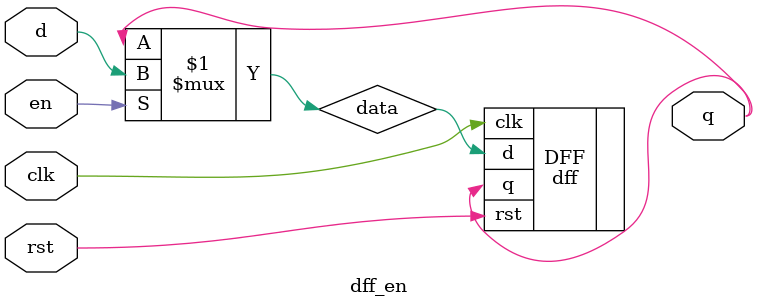
<source format=v>
module dff_en (en, q, d, clk, rst);
	input en, d, clk, rst;
	output q;
	wire data;

	assign data = en ? d : q;

	dff DFF(.d(data), .q(q), .clk(clk), .rst(rst));

endmodule
</source>
